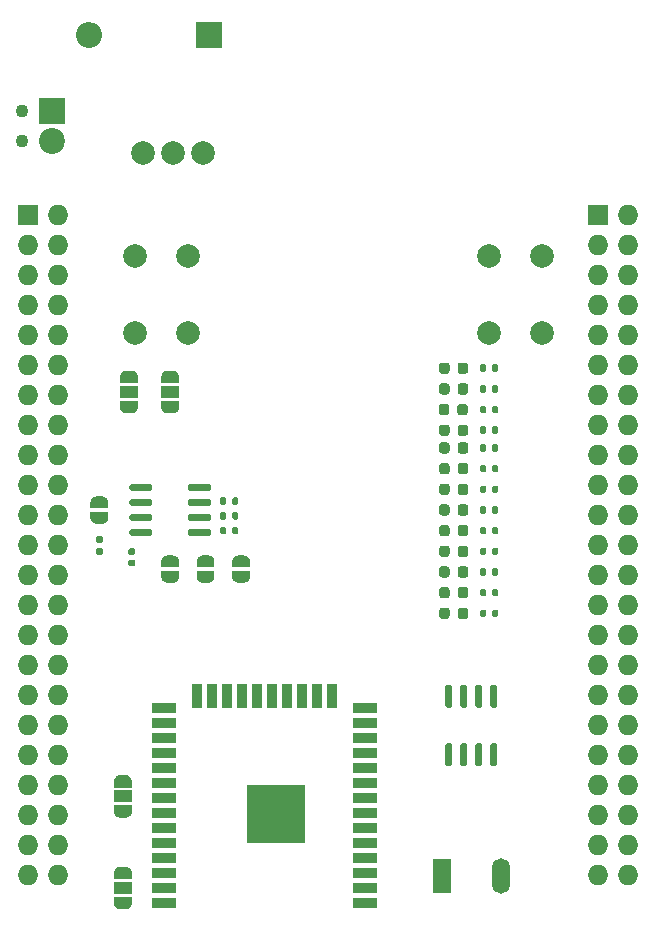
<source format=gbr>
G04 #@! TF.GenerationSoftware,KiCad,Pcbnew,5.1.9+dfsg1-1~bpo10+1*
G04 #@! TF.CreationDate,2021-06-27T17:04:20+00:00*
G04 #@! TF.ProjectId,com4bbb,636f6d34-6262-4622-9e6b-696361645f70,rev?*
G04 #@! TF.SameCoordinates,Original*
G04 #@! TF.FileFunction,Soldermask,Top*
G04 #@! TF.FilePolarity,Negative*
%FSLAX46Y46*%
G04 Gerber Fmt 4.6, Leading zero omitted, Abs format (unit mm)*
G04 Created by KiCad (PCBNEW 5.1.9+dfsg1-1~bpo10+1) date 2021-06-27 17:04:20*
%MOMM*%
%LPD*%
G01*
G04 APERTURE LIST*
%ADD10R,1.727200X1.727200*%
%ADD11O,1.727200X1.727200*%
%ADD12R,1.500000X3.000000*%
%ADD13O,1.500000X3.000000*%
%ADD14C,0.100000*%
%ADD15R,1.500000X1.000000*%
%ADD16C,2.000000*%
%ADD17R,5.000000X5.000000*%
%ADD18R,2.000000X0.900000*%
%ADD19R,0.900000X2.000000*%
%ADD20R,2.200000X2.200000*%
%ADD21O,2.200000X2.200000*%
%ADD22C,1.100000*%
%ADD23C,2.200000*%
G04 APERTURE END LIST*
G36*
G01*
X155625100Y-102182400D02*
X155925100Y-102182400D01*
G75*
G02*
X156075100Y-102332400I0J-150000D01*
G01*
X156075100Y-103982400D01*
G75*
G02*
X155925100Y-104132400I-150000J0D01*
G01*
X155625100Y-104132400D01*
G75*
G02*
X155475100Y-103982400I0J150000D01*
G01*
X155475100Y-102332400D01*
G75*
G02*
X155625100Y-102182400I150000J0D01*
G01*
G37*
G36*
G01*
X154355100Y-102182400D02*
X154655100Y-102182400D01*
G75*
G02*
X154805100Y-102332400I0J-150000D01*
G01*
X154805100Y-103982400D01*
G75*
G02*
X154655100Y-104132400I-150000J0D01*
G01*
X154355100Y-104132400D01*
G75*
G02*
X154205100Y-103982400I0J150000D01*
G01*
X154205100Y-102332400D01*
G75*
G02*
X154355100Y-102182400I150000J0D01*
G01*
G37*
G36*
G01*
X153085100Y-102182400D02*
X153385100Y-102182400D01*
G75*
G02*
X153535100Y-102332400I0J-150000D01*
G01*
X153535100Y-103982400D01*
G75*
G02*
X153385100Y-104132400I-150000J0D01*
G01*
X153085100Y-104132400D01*
G75*
G02*
X152935100Y-103982400I0J150000D01*
G01*
X152935100Y-102332400D01*
G75*
G02*
X153085100Y-102182400I150000J0D01*
G01*
G37*
G36*
G01*
X151815100Y-102182400D02*
X152115100Y-102182400D01*
G75*
G02*
X152265100Y-102332400I0J-150000D01*
G01*
X152265100Y-103982400D01*
G75*
G02*
X152115100Y-104132400I-150000J0D01*
G01*
X151815100Y-104132400D01*
G75*
G02*
X151665100Y-103982400I0J150000D01*
G01*
X151665100Y-102332400D01*
G75*
G02*
X151815100Y-102182400I150000J0D01*
G01*
G37*
G36*
G01*
X151815100Y-107132400D02*
X152115100Y-107132400D01*
G75*
G02*
X152265100Y-107282400I0J-150000D01*
G01*
X152265100Y-108932400D01*
G75*
G02*
X152115100Y-109082400I-150000J0D01*
G01*
X151815100Y-109082400D01*
G75*
G02*
X151665100Y-108932400I0J150000D01*
G01*
X151665100Y-107282400D01*
G75*
G02*
X151815100Y-107132400I150000J0D01*
G01*
G37*
G36*
G01*
X153085100Y-107132400D02*
X153385100Y-107132400D01*
G75*
G02*
X153535100Y-107282400I0J-150000D01*
G01*
X153535100Y-108932400D01*
G75*
G02*
X153385100Y-109082400I-150000J0D01*
G01*
X153085100Y-109082400D01*
G75*
G02*
X152935100Y-108932400I0J150000D01*
G01*
X152935100Y-107282400D01*
G75*
G02*
X153085100Y-107132400I150000J0D01*
G01*
G37*
G36*
G01*
X154355100Y-107132400D02*
X154655100Y-107132400D01*
G75*
G02*
X154805100Y-107282400I0J-150000D01*
G01*
X154805100Y-108932400D01*
G75*
G02*
X154655100Y-109082400I-150000J0D01*
G01*
X154355100Y-109082400D01*
G75*
G02*
X154205100Y-108932400I0J150000D01*
G01*
X154205100Y-107282400D01*
G75*
G02*
X154355100Y-107132400I150000J0D01*
G01*
G37*
G36*
G01*
X155625100Y-107132400D02*
X155925100Y-107132400D01*
G75*
G02*
X156075100Y-107282400I0J-150000D01*
G01*
X156075100Y-108932400D01*
G75*
G02*
X155925100Y-109082400I-150000J0D01*
G01*
X155625100Y-109082400D01*
G75*
G02*
X155475100Y-108932400I0J150000D01*
G01*
X155475100Y-107282400D01*
G75*
G02*
X155625100Y-107132400I150000J0D01*
G01*
G37*
D10*
X164630100Y-62382400D03*
D11*
X167170100Y-62382400D03*
X164630100Y-64922400D03*
X167170100Y-64922400D03*
X164630100Y-67462400D03*
X167170100Y-67462400D03*
X164630100Y-70002400D03*
X167170100Y-70002400D03*
X164630100Y-72542400D03*
X167170100Y-72542400D03*
X164630100Y-75082400D03*
X167170100Y-75082400D03*
X164630100Y-77622400D03*
X167170100Y-77622400D03*
X164630100Y-80162400D03*
X167170100Y-80162400D03*
X164630100Y-82702400D03*
X167170100Y-82702400D03*
X164630100Y-85242400D03*
X167170100Y-85242400D03*
X164630100Y-87782400D03*
X167170100Y-87782400D03*
X164630100Y-90322400D03*
X167170100Y-90322400D03*
X164630100Y-92862400D03*
X167170100Y-92862400D03*
X164630100Y-95402400D03*
X167170100Y-95402400D03*
X164630100Y-97942400D03*
X167170100Y-97942400D03*
X164630100Y-100482400D03*
X167170100Y-100482400D03*
X164630100Y-103022400D03*
X167170100Y-103022400D03*
X164630100Y-105562400D03*
X167170100Y-105562400D03*
X164630100Y-108102400D03*
X167170100Y-108102400D03*
X164630100Y-110642400D03*
X167170100Y-110642400D03*
X164630100Y-113182400D03*
X167170100Y-113182400D03*
X164630100Y-115722400D03*
X167170100Y-115722400D03*
X164630100Y-118262400D03*
X167170100Y-118262400D03*
D10*
X116370100Y-62382400D03*
D11*
X118910100Y-62382400D03*
X116370100Y-64922400D03*
X118910100Y-64922400D03*
X116370100Y-67462400D03*
X118910100Y-67462400D03*
X116370100Y-70002400D03*
X118910100Y-70002400D03*
X116370100Y-72542400D03*
X118910100Y-72542400D03*
X116370100Y-75082400D03*
X118910100Y-75082400D03*
X116370100Y-77622400D03*
X118910100Y-77622400D03*
X116370100Y-80162400D03*
X118910100Y-80162400D03*
X116370100Y-82702400D03*
X118910100Y-82702400D03*
X116370100Y-85242400D03*
X118910100Y-85242400D03*
X116370100Y-87782400D03*
X118910100Y-87782400D03*
X116370100Y-90322400D03*
X118910100Y-90322400D03*
X116370100Y-92862400D03*
X118910100Y-92862400D03*
X116370100Y-95402400D03*
X118910100Y-95402400D03*
X116370100Y-97942400D03*
X118910100Y-97942400D03*
X116370100Y-100482400D03*
X118910100Y-100482400D03*
X116370100Y-103022400D03*
X118910100Y-103022400D03*
X116370100Y-105562400D03*
X118910100Y-105562400D03*
X116370100Y-108102400D03*
X118910100Y-108102400D03*
X116370100Y-110642400D03*
X118910100Y-110642400D03*
X116370100Y-113182400D03*
X118910100Y-113182400D03*
X116370100Y-115722400D03*
X118910100Y-115722400D03*
X116370100Y-118262400D03*
X118910100Y-118262400D03*
G36*
G01*
X124950100Y-90622400D02*
X125290100Y-90622400D01*
G75*
G02*
X125430100Y-90762400I0J-140000D01*
G01*
X125430100Y-91042400D01*
G75*
G02*
X125290100Y-91182400I-140000J0D01*
G01*
X124950100Y-91182400D01*
G75*
G02*
X124810100Y-91042400I0J140000D01*
G01*
X124810100Y-90762400D01*
G75*
G02*
X124950100Y-90622400I140000J0D01*
G01*
G37*
G36*
G01*
X124950100Y-91582400D02*
X125290100Y-91582400D01*
G75*
G02*
X125430100Y-91722400I0J-140000D01*
G01*
X125430100Y-92002400D01*
G75*
G02*
X125290100Y-92142400I-140000J0D01*
G01*
X124950100Y-92142400D01*
G75*
G02*
X124810100Y-92002400I0J140000D01*
G01*
X124810100Y-91722400D01*
G75*
G02*
X124950100Y-91582400I140000J0D01*
G01*
G37*
D12*
X151370100Y-118382400D03*
D13*
X156370100Y-118382400D03*
D14*
G36*
X125620100Y-78132400D02*
G01*
X125620100Y-78682400D01*
X125619498Y-78682400D01*
X125619498Y-78706934D01*
X125614688Y-78755765D01*
X125605116Y-78803890D01*
X125590872Y-78850845D01*
X125572095Y-78896178D01*
X125548964Y-78939451D01*
X125521704Y-78980250D01*
X125490576Y-79018179D01*
X125455879Y-79052876D01*
X125417950Y-79084004D01*
X125377151Y-79111264D01*
X125333878Y-79134395D01*
X125288545Y-79153172D01*
X125241590Y-79167416D01*
X125193465Y-79176988D01*
X125144634Y-79181798D01*
X125120100Y-79181798D01*
X125120100Y-79182400D01*
X124620100Y-79182400D01*
X124620100Y-79181798D01*
X124595566Y-79181798D01*
X124546735Y-79176988D01*
X124498610Y-79167416D01*
X124451655Y-79153172D01*
X124406322Y-79134395D01*
X124363049Y-79111264D01*
X124322250Y-79084004D01*
X124284321Y-79052876D01*
X124249624Y-79018179D01*
X124218496Y-78980250D01*
X124191236Y-78939451D01*
X124168105Y-78896178D01*
X124149328Y-78850845D01*
X124135084Y-78803890D01*
X124125512Y-78755765D01*
X124120702Y-78706934D01*
X124120702Y-78682400D01*
X124120100Y-78682400D01*
X124120100Y-78132400D01*
X125620100Y-78132400D01*
G37*
G36*
X124120702Y-76082400D02*
G01*
X124120702Y-76057866D01*
X124125512Y-76009035D01*
X124135084Y-75960910D01*
X124149328Y-75913955D01*
X124168105Y-75868622D01*
X124191236Y-75825349D01*
X124218496Y-75784550D01*
X124249624Y-75746621D01*
X124284321Y-75711924D01*
X124322250Y-75680796D01*
X124363049Y-75653536D01*
X124406322Y-75630405D01*
X124451655Y-75611628D01*
X124498610Y-75597384D01*
X124546735Y-75587812D01*
X124595566Y-75583002D01*
X124620100Y-75583002D01*
X124620100Y-75582400D01*
X125120100Y-75582400D01*
X125120100Y-75583002D01*
X125144634Y-75583002D01*
X125193465Y-75587812D01*
X125241590Y-75597384D01*
X125288545Y-75611628D01*
X125333878Y-75630405D01*
X125377151Y-75653536D01*
X125417950Y-75680796D01*
X125455879Y-75711924D01*
X125490576Y-75746621D01*
X125521704Y-75784550D01*
X125548964Y-75825349D01*
X125572095Y-75868622D01*
X125590872Y-75913955D01*
X125605116Y-75960910D01*
X125614688Y-76009035D01*
X125619498Y-76057866D01*
X125619498Y-76082400D01*
X125620100Y-76082400D01*
X125620100Y-76632400D01*
X124120100Y-76632400D01*
X124120100Y-76082400D01*
X124120702Y-76082400D01*
G37*
D15*
X124870100Y-77382400D03*
X128370100Y-77382400D03*
D14*
G36*
X129119498Y-78682400D02*
G01*
X129119498Y-78706934D01*
X129114688Y-78755765D01*
X129105116Y-78803890D01*
X129090872Y-78850845D01*
X129072095Y-78896178D01*
X129048964Y-78939451D01*
X129021704Y-78980250D01*
X128990576Y-79018179D01*
X128955879Y-79052876D01*
X128917950Y-79084004D01*
X128877151Y-79111264D01*
X128833878Y-79134395D01*
X128788545Y-79153172D01*
X128741590Y-79167416D01*
X128693465Y-79176988D01*
X128644634Y-79181798D01*
X128620100Y-79181798D01*
X128620100Y-79182400D01*
X128120100Y-79182400D01*
X128120100Y-79181798D01*
X128095566Y-79181798D01*
X128046735Y-79176988D01*
X127998610Y-79167416D01*
X127951655Y-79153172D01*
X127906322Y-79134395D01*
X127863049Y-79111264D01*
X127822250Y-79084004D01*
X127784321Y-79052876D01*
X127749624Y-79018179D01*
X127718496Y-78980250D01*
X127691236Y-78939451D01*
X127668105Y-78896178D01*
X127649328Y-78850845D01*
X127635084Y-78803890D01*
X127625512Y-78755765D01*
X127620702Y-78706934D01*
X127620702Y-78682400D01*
X127620100Y-78682400D01*
X127620100Y-78132400D01*
X129120100Y-78132400D01*
X129120100Y-78682400D01*
X129119498Y-78682400D01*
G37*
G36*
X127620100Y-76632400D02*
G01*
X127620100Y-76082400D01*
X127620702Y-76082400D01*
X127620702Y-76057866D01*
X127625512Y-76009035D01*
X127635084Y-75960910D01*
X127649328Y-75913955D01*
X127668105Y-75868622D01*
X127691236Y-75825349D01*
X127718496Y-75784550D01*
X127749624Y-75746621D01*
X127784321Y-75711924D01*
X127822250Y-75680796D01*
X127863049Y-75653536D01*
X127906322Y-75630405D01*
X127951655Y-75611628D01*
X127998610Y-75597384D01*
X128046735Y-75587812D01*
X128095566Y-75583002D01*
X128120100Y-75583002D01*
X128120100Y-75582400D01*
X128620100Y-75582400D01*
X128620100Y-75583002D01*
X128644634Y-75583002D01*
X128693465Y-75587812D01*
X128741590Y-75597384D01*
X128788545Y-75611628D01*
X128833878Y-75630405D01*
X128877151Y-75653536D01*
X128917950Y-75680796D01*
X128955879Y-75711924D01*
X128990576Y-75746621D01*
X129021704Y-75784550D01*
X129048964Y-75825349D01*
X129072095Y-75868622D01*
X129090872Y-75913955D01*
X129105116Y-75960910D01*
X129114688Y-76009035D01*
X129119498Y-76057866D01*
X129119498Y-76082400D01*
X129120100Y-76082400D01*
X129120100Y-76632400D01*
X127620100Y-76632400D01*
G37*
G36*
X125120100Y-112382400D02*
G01*
X125120100Y-112932400D01*
X125119498Y-112932400D01*
X125119498Y-112956934D01*
X125114688Y-113005765D01*
X125105116Y-113053890D01*
X125090872Y-113100845D01*
X125072095Y-113146178D01*
X125048964Y-113189451D01*
X125021704Y-113230250D01*
X124990576Y-113268179D01*
X124955879Y-113302876D01*
X124917950Y-113334004D01*
X124877151Y-113361264D01*
X124833878Y-113384395D01*
X124788545Y-113403172D01*
X124741590Y-113417416D01*
X124693465Y-113426988D01*
X124644634Y-113431798D01*
X124620100Y-113431798D01*
X124620100Y-113432400D01*
X124120100Y-113432400D01*
X124120100Y-113431798D01*
X124095566Y-113431798D01*
X124046735Y-113426988D01*
X123998610Y-113417416D01*
X123951655Y-113403172D01*
X123906322Y-113384395D01*
X123863049Y-113361264D01*
X123822250Y-113334004D01*
X123784321Y-113302876D01*
X123749624Y-113268179D01*
X123718496Y-113230250D01*
X123691236Y-113189451D01*
X123668105Y-113146178D01*
X123649328Y-113100845D01*
X123635084Y-113053890D01*
X123625512Y-113005765D01*
X123620702Y-112956934D01*
X123620702Y-112932400D01*
X123620100Y-112932400D01*
X123620100Y-112382400D01*
X125120100Y-112382400D01*
G37*
G36*
X123620702Y-110332400D02*
G01*
X123620702Y-110307866D01*
X123625512Y-110259035D01*
X123635084Y-110210910D01*
X123649328Y-110163955D01*
X123668105Y-110118622D01*
X123691236Y-110075349D01*
X123718496Y-110034550D01*
X123749624Y-109996621D01*
X123784321Y-109961924D01*
X123822250Y-109930796D01*
X123863049Y-109903536D01*
X123906322Y-109880405D01*
X123951655Y-109861628D01*
X123998610Y-109847384D01*
X124046735Y-109837812D01*
X124095566Y-109833002D01*
X124120100Y-109833002D01*
X124120100Y-109832400D01*
X124620100Y-109832400D01*
X124620100Y-109833002D01*
X124644634Y-109833002D01*
X124693465Y-109837812D01*
X124741590Y-109847384D01*
X124788545Y-109861628D01*
X124833878Y-109880405D01*
X124877151Y-109903536D01*
X124917950Y-109930796D01*
X124955879Y-109961924D01*
X124990576Y-109996621D01*
X125021704Y-110034550D01*
X125048964Y-110075349D01*
X125072095Y-110118622D01*
X125090872Y-110163955D01*
X125105116Y-110210910D01*
X125114688Y-110259035D01*
X125119498Y-110307866D01*
X125119498Y-110332400D01*
X125120100Y-110332400D01*
X125120100Y-110882400D01*
X123620100Y-110882400D01*
X123620100Y-110332400D01*
X123620702Y-110332400D01*
G37*
D15*
X124370100Y-111632400D03*
X124370100Y-119382400D03*
D14*
G36*
X123620702Y-118082400D02*
G01*
X123620702Y-118057866D01*
X123625512Y-118009035D01*
X123635084Y-117960910D01*
X123649328Y-117913955D01*
X123668105Y-117868622D01*
X123691236Y-117825349D01*
X123718496Y-117784550D01*
X123749624Y-117746621D01*
X123784321Y-117711924D01*
X123822250Y-117680796D01*
X123863049Y-117653536D01*
X123906322Y-117630405D01*
X123951655Y-117611628D01*
X123998610Y-117597384D01*
X124046735Y-117587812D01*
X124095566Y-117583002D01*
X124120100Y-117583002D01*
X124120100Y-117582400D01*
X124620100Y-117582400D01*
X124620100Y-117583002D01*
X124644634Y-117583002D01*
X124693465Y-117587812D01*
X124741590Y-117597384D01*
X124788545Y-117611628D01*
X124833878Y-117630405D01*
X124877151Y-117653536D01*
X124917950Y-117680796D01*
X124955879Y-117711924D01*
X124990576Y-117746621D01*
X125021704Y-117784550D01*
X125048964Y-117825349D01*
X125072095Y-117868622D01*
X125090872Y-117913955D01*
X125105116Y-117960910D01*
X125114688Y-118009035D01*
X125119498Y-118057866D01*
X125119498Y-118082400D01*
X125120100Y-118082400D01*
X125120100Y-118632400D01*
X123620100Y-118632400D01*
X123620100Y-118082400D01*
X123620702Y-118082400D01*
G37*
G36*
X125120100Y-120132400D02*
G01*
X125120100Y-120682400D01*
X125119498Y-120682400D01*
X125119498Y-120706934D01*
X125114688Y-120755765D01*
X125105116Y-120803890D01*
X125090872Y-120850845D01*
X125072095Y-120896178D01*
X125048964Y-120939451D01*
X125021704Y-120980250D01*
X124990576Y-121018179D01*
X124955879Y-121052876D01*
X124917950Y-121084004D01*
X124877151Y-121111264D01*
X124833878Y-121134395D01*
X124788545Y-121153172D01*
X124741590Y-121167416D01*
X124693465Y-121176988D01*
X124644634Y-121181798D01*
X124620100Y-121181798D01*
X124620100Y-121182400D01*
X124120100Y-121182400D01*
X124120100Y-121181798D01*
X124095566Y-121181798D01*
X124046735Y-121176988D01*
X123998610Y-121167416D01*
X123951655Y-121153172D01*
X123906322Y-121134395D01*
X123863049Y-121111264D01*
X123822250Y-121084004D01*
X123784321Y-121052876D01*
X123749624Y-121018179D01*
X123718496Y-120980250D01*
X123691236Y-120939451D01*
X123668105Y-120896178D01*
X123649328Y-120850845D01*
X123635084Y-120803890D01*
X123625512Y-120755765D01*
X123620702Y-120706934D01*
X123620702Y-120682400D01*
X123620100Y-120682400D01*
X123620100Y-120132400D01*
X125120100Y-120132400D01*
G37*
G36*
X127620100Y-92232400D02*
G01*
X127620100Y-91732400D01*
X127620702Y-91732400D01*
X127620702Y-91707866D01*
X127625512Y-91659035D01*
X127635084Y-91610910D01*
X127649328Y-91563955D01*
X127668105Y-91518622D01*
X127691236Y-91475349D01*
X127718496Y-91434550D01*
X127749624Y-91396621D01*
X127784321Y-91361924D01*
X127822250Y-91330796D01*
X127863049Y-91303536D01*
X127906322Y-91280405D01*
X127951655Y-91261628D01*
X127998610Y-91247384D01*
X128046735Y-91237812D01*
X128095566Y-91233002D01*
X128120100Y-91233002D01*
X128120100Y-91232400D01*
X128620100Y-91232400D01*
X128620100Y-91233002D01*
X128644634Y-91233002D01*
X128693465Y-91237812D01*
X128741590Y-91247384D01*
X128788545Y-91261628D01*
X128833878Y-91280405D01*
X128877151Y-91303536D01*
X128917950Y-91330796D01*
X128955879Y-91361924D01*
X128990576Y-91396621D01*
X129021704Y-91434550D01*
X129048964Y-91475349D01*
X129072095Y-91518622D01*
X129090872Y-91563955D01*
X129105116Y-91610910D01*
X129114688Y-91659035D01*
X129119498Y-91707866D01*
X129119498Y-91732400D01*
X129120100Y-91732400D01*
X129120100Y-92232400D01*
X127620100Y-92232400D01*
G37*
G36*
X129119498Y-93032400D02*
G01*
X129119498Y-93056934D01*
X129114688Y-93105765D01*
X129105116Y-93153890D01*
X129090872Y-93200845D01*
X129072095Y-93246178D01*
X129048964Y-93289451D01*
X129021704Y-93330250D01*
X128990576Y-93368179D01*
X128955879Y-93402876D01*
X128917950Y-93434004D01*
X128877151Y-93461264D01*
X128833878Y-93484395D01*
X128788545Y-93503172D01*
X128741590Y-93517416D01*
X128693465Y-93526988D01*
X128644634Y-93531798D01*
X128620100Y-93531798D01*
X128620100Y-93532400D01*
X128120100Y-93532400D01*
X128120100Y-93531798D01*
X128095566Y-93531798D01*
X128046735Y-93526988D01*
X127998610Y-93517416D01*
X127951655Y-93503172D01*
X127906322Y-93484395D01*
X127863049Y-93461264D01*
X127822250Y-93434004D01*
X127784321Y-93402876D01*
X127749624Y-93368179D01*
X127718496Y-93330250D01*
X127691236Y-93289451D01*
X127668105Y-93246178D01*
X127649328Y-93200845D01*
X127635084Y-93153890D01*
X127625512Y-93105765D01*
X127620702Y-93056934D01*
X127620702Y-93032400D01*
X127620100Y-93032400D01*
X127620100Y-92532400D01*
X129120100Y-92532400D01*
X129120100Y-93032400D01*
X129119498Y-93032400D01*
G37*
G36*
X132119498Y-93032400D02*
G01*
X132119498Y-93056934D01*
X132114688Y-93105765D01*
X132105116Y-93153890D01*
X132090872Y-93200845D01*
X132072095Y-93246178D01*
X132048964Y-93289451D01*
X132021704Y-93330250D01*
X131990576Y-93368179D01*
X131955879Y-93402876D01*
X131917950Y-93434004D01*
X131877151Y-93461264D01*
X131833878Y-93484395D01*
X131788545Y-93503172D01*
X131741590Y-93517416D01*
X131693465Y-93526988D01*
X131644634Y-93531798D01*
X131620100Y-93531798D01*
X131620100Y-93532400D01*
X131120100Y-93532400D01*
X131120100Y-93531798D01*
X131095566Y-93531798D01*
X131046735Y-93526988D01*
X130998610Y-93517416D01*
X130951655Y-93503172D01*
X130906322Y-93484395D01*
X130863049Y-93461264D01*
X130822250Y-93434004D01*
X130784321Y-93402876D01*
X130749624Y-93368179D01*
X130718496Y-93330250D01*
X130691236Y-93289451D01*
X130668105Y-93246178D01*
X130649328Y-93200845D01*
X130635084Y-93153890D01*
X130625512Y-93105765D01*
X130620702Y-93056934D01*
X130620702Y-93032400D01*
X130620100Y-93032400D01*
X130620100Y-92532400D01*
X132120100Y-92532400D01*
X132120100Y-93032400D01*
X132119498Y-93032400D01*
G37*
G36*
X130620100Y-92232400D02*
G01*
X130620100Y-91732400D01*
X130620702Y-91732400D01*
X130620702Y-91707866D01*
X130625512Y-91659035D01*
X130635084Y-91610910D01*
X130649328Y-91563955D01*
X130668105Y-91518622D01*
X130691236Y-91475349D01*
X130718496Y-91434550D01*
X130749624Y-91396621D01*
X130784321Y-91361924D01*
X130822250Y-91330796D01*
X130863049Y-91303536D01*
X130906322Y-91280405D01*
X130951655Y-91261628D01*
X130998610Y-91247384D01*
X131046735Y-91237812D01*
X131095566Y-91233002D01*
X131120100Y-91233002D01*
X131120100Y-91232400D01*
X131620100Y-91232400D01*
X131620100Y-91233002D01*
X131644634Y-91233002D01*
X131693465Y-91237812D01*
X131741590Y-91247384D01*
X131788545Y-91261628D01*
X131833878Y-91280405D01*
X131877151Y-91303536D01*
X131917950Y-91330796D01*
X131955879Y-91361924D01*
X131990576Y-91396621D01*
X132021704Y-91434550D01*
X132048964Y-91475349D01*
X132072095Y-91518622D01*
X132090872Y-91563955D01*
X132105116Y-91610910D01*
X132114688Y-91659035D01*
X132119498Y-91707866D01*
X132119498Y-91732400D01*
X132120100Y-91732400D01*
X132120100Y-92232400D01*
X130620100Y-92232400D01*
G37*
G36*
X133620100Y-92232400D02*
G01*
X133620100Y-91732400D01*
X133620702Y-91732400D01*
X133620702Y-91707866D01*
X133625512Y-91659035D01*
X133635084Y-91610910D01*
X133649328Y-91563955D01*
X133668105Y-91518622D01*
X133691236Y-91475349D01*
X133718496Y-91434550D01*
X133749624Y-91396621D01*
X133784321Y-91361924D01*
X133822250Y-91330796D01*
X133863049Y-91303536D01*
X133906322Y-91280405D01*
X133951655Y-91261628D01*
X133998610Y-91247384D01*
X134046735Y-91237812D01*
X134095566Y-91233002D01*
X134120100Y-91233002D01*
X134120100Y-91232400D01*
X134620100Y-91232400D01*
X134620100Y-91233002D01*
X134644634Y-91233002D01*
X134693465Y-91237812D01*
X134741590Y-91247384D01*
X134788545Y-91261628D01*
X134833878Y-91280405D01*
X134877151Y-91303536D01*
X134917950Y-91330796D01*
X134955879Y-91361924D01*
X134990576Y-91396621D01*
X135021704Y-91434550D01*
X135048964Y-91475349D01*
X135072095Y-91518622D01*
X135090872Y-91563955D01*
X135105116Y-91610910D01*
X135114688Y-91659035D01*
X135119498Y-91707866D01*
X135119498Y-91732400D01*
X135120100Y-91732400D01*
X135120100Y-92232400D01*
X133620100Y-92232400D01*
G37*
G36*
X135119498Y-93032400D02*
G01*
X135119498Y-93056934D01*
X135114688Y-93105765D01*
X135105116Y-93153890D01*
X135090872Y-93200845D01*
X135072095Y-93246178D01*
X135048964Y-93289451D01*
X135021704Y-93330250D01*
X134990576Y-93368179D01*
X134955879Y-93402876D01*
X134917950Y-93434004D01*
X134877151Y-93461264D01*
X134833878Y-93484395D01*
X134788545Y-93503172D01*
X134741590Y-93517416D01*
X134693465Y-93526988D01*
X134644634Y-93531798D01*
X134620100Y-93531798D01*
X134620100Y-93532400D01*
X134120100Y-93532400D01*
X134120100Y-93531798D01*
X134095566Y-93531798D01*
X134046735Y-93526988D01*
X133998610Y-93517416D01*
X133951655Y-93503172D01*
X133906322Y-93484395D01*
X133863049Y-93461264D01*
X133822250Y-93434004D01*
X133784321Y-93402876D01*
X133749624Y-93368179D01*
X133718496Y-93330250D01*
X133691236Y-93289451D01*
X133668105Y-93246178D01*
X133649328Y-93200845D01*
X133635084Y-93153890D01*
X133625512Y-93105765D01*
X133620702Y-93056934D01*
X133620702Y-93032400D01*
X133620100Y-93032400D01*
X133620100Y-92532400D01*
X135120100Y-92532400D01*
X135120100Y-93032400D01*
X135119498Y-93032400D01*
G37*
G36*
X121620702Y-86732400D02*
G01*
X121620702Y-86707866D01*
X121625512Y-86659035D01*
X121635084Y-86610910D01*
X121649328Y-86563955D01*
X121668105Y-86518622D01*
X121691236Y-86475349D01*
X121718496Y-86434550D01*
X121749624Y-86396621D01*
X121784321Y-86361924D01*
X121822250Y-86330796D01*
X121863049Y-86303536D01*
X121906322Y-86280405D01*
X121951655Y-86261628D01*
X121998610Y-86247384D01*
X122046735Y-86237812D01*
X122095566Y-86233002D01*
X122120100Y-86233002D01*
X122120100Y-86232400D01*
X122620100Y-86232400D01*
X122620100Y-86233002D01*
X122644634Y-86233002D01*
X122693465Y-86237812D01*
X122741590Y-86247384D01*
X122788545Y-86261628D01*
X122833878Y-86280405D01*
X122877151Y-86303536D01*
X122917950Y-86330796D01*
X122955879Y-86361924D01*
X122990576Y-86396621D01*
X123021704Y-86434550D01*
X123048964Y-86475349D01*
X123072095Y-86518622D01*
X123090872Y-86563955D01*
X123105116Y-86610910D01*
X123114688Y-86659035D01*
X123119498Y-86707866D01*
X123119498Y-86732400D01*
X123120100Y-86732400D01*
X123120100Y-87232400D01*
X121620100Y-87232400D01*
X121620100Y-86732400D01*
X121620702Y-86732400D01*
G37*
G36*
X123120100Y-87532400D02*
G01*
X123120100Y-88032400D01*
X123119498Y-88032400D01*
X123119498Y-88056934D01*
X123114688Y-88105765D01*
X123105116Y-88153890D01*
X123090872Y-88200845D01*
X123072095Y-88246178D01*
X123048964Y-88289451D01*
X123021704Y-88330250D01*
X122990576Y-88368179D01*
X122955879Y-88402876D01*
X122917950Y-88434004D01*
X122877151Y-88461264D01*
X122833878Y-88484395D01*
X122788545Y-88503172D01*
X122741590Y-88517416D01*
X122693465Y-88526988D01*
X122644634Y-88531798D01*
X122620100Y-88531798D01*
X122620100Y-88532400D01*
X122120100Y-88532400D01*
X122120100Y-88531798D01*
X122095566Y-88531798D01*
X122046735Y-88526988D01*
X121998610Y-88517416D01*
X121951655Y-88503172D01*
X121906322Y-88484395D01*
X121863049Y-88461264D01*
X121822250Y-88434004D01*
X121784321Y-88402876D01*
X121749624Y-88368179D01*
X121718496Y-88330250D01*
X121691236Y-88289451D01*
X121668105Y-88246178D01*
X121649328Y-88200845D01*
X121635084Y-88153890D01*
X121625512Y-88105765D01*
X121620702Y-88056934D01*
X121620702Y-88032400D01*
X121620100Y-88032400D01*
X121620100Y-87532400D01*
X123120100Y-87532400D01*
G37*
G36*
G01*
X133130100Y-86447400D02*
X133130100Y-86817400D01*
G75*
G02*
X132995100Y-86952400I-135000J0D01*
G01*
X132725100Y-86952400D01*
G75*
G02*
X132590100Y-86817400I0J135000D01*
G01*
X132590100Y-86447400D01*
G75*
G02*
X132725100Y-86312400I135000J0D01*
G01*
X132995100Y-86312400D01*
G75*
G02*
X133130100Y-86447400I0J-135000D01*
G01*
G37*
G36*
G01*
X134150100Y-86447400D02*
X134150100Y-86817400D01*
G75*
G02*
X134015100Y-86952400I-135000J0D01*
G01*
X133745100Y-86952400D01*
G75*
G02*
X133610100Y-86817400I0J135000D01*
G01*
X133610100Y-86447400D01*
G75*
G02*
X133745100Y-86312400I135000J0D01*
G01*
X134015100Y-86312400D01*
G75*
G02*
X134150100Y-86447400I0J-135000D01*
G01*
G37*
G36*
G01*
X134150100Y-87697400D02*
X134150100Y-88067400D01*
G75*
G02*
X134015100Y-88202400I-135000J0D01*
G01*
X133745100Y-88202400D01*
G75*
G02*
X133610100Y-88067400I0J135000D01*
G01*
X133610100Y-87697400D01*
G75*
G02*
X133745100Y-87562400I135000J0D01*
G01*
X134015100Y-87562400D01*
G75*
G02*
X134150100Y-87697400I0J-135000D01*
G01*
G37*
G36*
G01*
X133130100Y-87697400D02*
X133130100Y-88067400D01*
G75*
G02*
X132995100Y-88202400I-135000J0D01*
G01*
X132725100Y-88202400D01*
G75*
G02*
X132590100Y-88067400I0J135000D01*
G01*
X132590100Y-87697400D01*
G75*
G02*
X132725100Y-87562400I135000J0D01*
G01*
X132995100Y-87562400D01*
G75*
G02*
X133130100Y-87697400I0J-135000D01*
G01*
G37*
G36*
G01*
X133130100Y-88947400D02*
X133130100Y-89317400D01*
G75*
G02*
X132995100Y-89452400I-135000J0D01*
G01*
X132725100Y-89452400D01*
G75*
G02*
X132590100Y-89317400I0J135000D01*
G01*
X132590100Y-88947400D01*
G75*
G02*
X132725100Y-88812400I135000J0D01*
G01*
X132995100Y-88812400D01*
G75*
G02*
X133130100Y-88947400I0J-135000D01*
G01*
G37*
G36*
G01*
X134150100Y-88947400D02*
X134150100Y-89317400D01*
G75*
G02*
X134015100Y-89452400I-135000J0D01*
G01*
X133745100Y-89452400D01*
G75*
G02*
X133610100Y-89317400I0J135000D01*
G01*
X133610100Y-88947400D01*
G75*
G02*
X133745100Y-88812400I135000J0D01*
G01*
X134015100Y-88812400D01*
G75*
G02*
X134150100Y-88947400I0J-135000D01*
G01*
G37*
G36*
G01*
X122555100Y-91162400D02*
X122185100Y-91162400D01*
G75*
G02*
X122050100Y-91027400I0J135000D01*
G01*
X122050100Y-90757400D01*
G75*
G02*
X122185100Y-90622400I135000J0D01*
G01*
X122555100Y-90622400D01*
G75*
G02*
X122690100Y-90757400I0J-135000D01*
G01*
X122690100Y-91027400D01*
G75*
G02*
X122555100Y-91162400I-135000J0D01*
G01*
G37*
G36*
G01*
X122555100Y-90142400D02*
X122185100Y-90142400D01*
G75*
G02*
X122050100Y-90007400I0J135000D01*
G01*
X122050100Y-89737400D01*
G75*
G02*
X122185100Y-89602400I135000J0D01*
G01*
X122555100Y-89602400D01*
G75*
G02*
X122690100Y-89737400I0J-135000D01*
G01*
X122690100Y-90007400D01*
G75*
G02*
X122555100Y-90142400I-135000J0D01*
G01*
G37*
D16*
X159870100Y-72382400D03*
X155370100Y-72382400D03*
X159870100Y-65882400D03*
X155370100Y-65882400D03*
X125370100Y-65882400D03*
X129870100Y-65882400D03*
X125370100Y-72382400D03*
X129870100Y-72382400D03*
D17*
X137370100Y-113137400D03*
D18*
X144870100Y-120637400D03*
X144870100Y-119367400D03*
X144870100Y-118097400D03*
X144870100Y-116827400D03*
X144870100Y-115557400D03*
X144870100Y-114287400D03*
X144870100Y-113017400D03*
X144870100Y-111747400D03*
X144870100Y-110477400D03*
X144870100Y-109207400D03*
X144870100Y-107937400D03*
X144870100Y-106667400D03*
X144870100Y-105397400D03*
X144870100Y-104127400D03*
D19*
X142085100Y-103127400D03*
X140815100Y-103127400D03*
X139545100Y-103127400D03*
X138275100Y-103127400D03*
X137005100Y-103127400D03*
X135735100Y-103127400D03*
X134465100Y-103127400D03*
X133195100Y-103127400D03*
X131925100Y-103127400D03*
X130655100Y-103127400D03*
D18*
X127870100Y-104127400D03*
X127870100Y-105397400D03*
X127870100Y-106667400D03*
X127870100Y-107937400D03*
X127870100Y-109207400D03*
X127870100Y-110477400D03*
X127870100Y-111747400D03*
X127870100Y-113017400D03*
X127870100Y-114287400D03*
X127870100Y-115557400D03*
X127870100Y-116827400D03*
X127870100Y-118097400D03*
X127870100Y-119367400D03*
X127870100Y-120637400D03*
G36*
G01*
X131820100Y-89137400D02*
X131820100Y-89437400D01*
G75*
G02*
X131670100Y-89587400I-150000J0D01*
G01*
X130020100Y-89587400D01*
G75*
G02*
X129870100Y-89437400I0J150000D01*
G01*
X129870100Y-89137400D01*
G75*
G02*
X130020100Y-88987400I150000J0D01*
G01*
X131670100Y-88987400D01*
G75*
G02*
X131820100Y-89137400I0J-150000D01*
G01*
G37*
G36*
G01*
X131820100Y-87867400D02*
X131820100Y-88167400D01*
G75*
G02*
X131670100Y-88317400I-150000J0D01*
G01*
X130020100Y-88317400D01*
G75*
G02*
X129870100Y-88167400I0J150000D01*
G01*
X129870100Y-87867400D01*
G75*
G02*
X130020100Y-87717400I150000J0D01*
G01*
X131670100Y-87717400D01*
G75*
G02*
X131820100Y-87867400I0J-150000D01*
G01*
G37*
G36*
G01*
X131820100Y-86597400D02*
X131820100Y-86897400D01*
G75*
G02*
X131670100Y-87047400I-150000J0D01*
G01*
X130020100Y-87047400D01*
G75*
G02*
X129870100Y-86897400I0J150000D01*
G01*
X129870100Y-86597400D01*
G75*
G02*
X130020100Y-86447400I150000J0D01*
G01*
X131670100Y-86447400D01*
G75*
G02*
X131820100Y-86597400I0J-150000D01*
G01*
G37*
G36*
G01*
X131820100Y-85327400D02*
X131820100Y-85627400D01*
G75*
G02*
X131670100Y-85777400I-150000J0D01*
G01*
X130020100Y-85777400D01*
G75*
G02*
X129870100Y-85627400I0J150000D01*
G01*
X129870100Y-85327400D01*
G75*
G02*
X130020100Y-85177400I150000J0D01*
G01*
X131670100Y-85177400D01*
G75*
G02*
X131820100Y-85327400I0J-150000D01*
G01*
G37*
G36*
G01*
X126870100Y-85327400D02*
X126870100Y-85627400D01*
G75*
G02*
X126720100Y-85777400I-150000J0D01*
G01*
X125070100Y-85777400D01*
G75*
G02*
X124920100Y-85627400I0J150000D01*
G01*
X124920100Y-85327400D01*
G75*
G02*
X125070100Y-85177400I150000J0D01*
G01*
X126720100Y-85177400D01*
G75*
G02*
X126870100Y-85327400I0J-150000D01*
G01*
G37*
G36*
G01*
X126870100Y-86597400D02*
X126870100Y-86897400D01*
G75*
G02*
X126720100Y-87047400I-150000J0D01*
G01*
X125070100Y-87047400D01*
G75*
G02*
X124920100Y-86897400I0J150000D01*
G01*
X124920100Y-86597400D01*
G75*
G02*
X125070100Y-86447400I150000J0D01*
G01*
X126720100Y-86447400D01*
G75*
G02*
X126870100Y-86597400I0J-150000D01*
G01*
G37*
G36*
G01*
X126870100Y-87867400D02*
X126870100Y-88167400D01*
G75*
G02*
X126720100Y-88317400I-150000J0D01*
G01*
X125070100Y-88317400D01*
G75*
G02*
X124920100Y-88167400I0J150000D01*
G01*
X124920100Y-87867400D01*
G75*
G02*
X125070100Y-87717400I150000J0D01*
G01*
X126720100Y-87717400D01*
G75*
G02*
X126870100Y-87867400I0J-150000D01*
G01*
G37*
G36*
G01*
X126870100Y-89137400D02*
X126870100Y-89437400D01*
G75*
G02*
X126720100Y-89587400I-150000J0D01*
G01*
X125070100Y-89587400D01*
G75*
G02*
X124920100Y-89437400I0J150000D01*
G01*
X124920100Y-89137400D01*
G75*
G02*
X125070100Y-88987400I150000J0D01*
G01*
X126720100Y-88987400D01*
G75*
G02*
X126870100Y-89137400I0J-150000D01*
G01*
G37*
G36*
G01*
X153595100Y-75126150D02*
X153595100Y-75638650D01*
G75*
G02*
X153376350Y-75857400I-218750J0D01*
G01*
X152938850Y-75857400D01*
G75*
G02*
X152720100Y-75638650I0J218750D01*
G01*
X152720100Y-75126150D01*
G75*
G02*
X152938850Y-74907400I218750J0D01*
G01*
X153376350Y-74907400D01*
G75*
G02*
X153595100Y-75126150I0J-218750D01*
G01*
G37*
G36*
G01*
X152020100Y-75126150D02*
X152020100Y-75638650D01*
G75*
G02*
X151801350Y-75857400I-218750J0D01*
G01*
X151363850Y-75857400D01*
G75*
G02*
X151145100Y-75638650I0J218750D01*
G01*
X151145100Y-75126150D01*
G75*
G02*
X151363850Y-74907400I218750J0D01*
G01*
X151801350Y-74907400D01*
G75*
G02*
X152020100Y-75126150I0J-218750D01*
G01*
G37*
G36*
G01*
X151982600Y-78626150D02*
X151982600Y-79138650D01*
G75*
G02*
X151763850Y-79357400I-218750J0D01*
G01*
X151326350Y-79357400D01*
G75*
G02*
X151107600Y-79138650I0J218750D01*
G01*
X151107600Y-78626150D01*
G75*
G02*
X151326350Y-78407400I218750J0D01*
G01*
X151763850Y-78407400D01*
G75*
G02*
X151982600Y-78626150I0J-218750D01*
G01*
G37*
G36*
G01*
X153557600Y-78626150D02*
X153557600Y-79138650D01*
G75*
G02*
X153338850Y-79357400I-218750J0D01*
G01*
X152901350Y-79357400D01*
G75*
G02*
X152682600Y-79138650I0J218750D01*
G01*
X152682600Y-78626150D01*
G75*
G02*
X152901350Y-78407400I218750J0D01*
G01*
X153338850Y-78407400D01*
G75*
G02*
X153557600Y-78626150I0J-218750D01*
G01*
G37*
G36*
G01*
X153595100Y-81876150D02*
X153595100Y-82388650D01*
G75*
G02*
X153376350Y-82607400I-218750J0D01*
G01*
X152938850Y-82607400D01*
G75*
G02*
X152720100Y-82388650I0J218750D01*
G01*
X152720100Y-81876150D01*
G75*
G02*
X152938850Y-81657400I218750J0D01*
G01*
X153376350Y-81657400D01*
G75*
G02*
X153595100Y-81876150I0J-218750D01*
G01*
G37*
G36*
G01*
X152020100Y-81876150D02*
X152020100Y-82388650D01*
G75*
G02*
X151801350Y-82607400I-218750J0D01*
G01*
X151363850Y-82607400D01*
G75*
G02*
X151145100Y-82388650I0J218750D01*
G01*
X151145100Y-81876150D01*
G75*
G02*
X151363850Y-81657400I218750J0D01*
G01*
X151801350Y-81657400D01*
G75*
G02*
X152020100Y-81876150I0J-218750D01*
G01*
G37*
G36*
G01*
X152020100Y-85376150D02*
X152020100Y-85888650D01*
G75*
G02*
X151801350Y-86107400I-218750J0D01*
G01*
X151363850Y-86107400D01*
G75*
G02*
X151145100Y-85888650I0J218750D01*
G01*
X151145100Y-85376150D01*
G75*
G02*
X151363850Y-85157400I218750J0D01*
G01*
X151801350Y-85157400D01*
G75*
G02*
X152020100Y-85376150I0J-218750D01*
G01*
G37*
G36*
G01*
X153595100Y-85376150D02*
X153595100Y-85888650D01*
G75*
G02*
X153376350Y-86107400I-218750J0D01*
G01*
X152938850Y-86107400D01*
G75*
G02*
X152720100Y-85888650I0J218750D01*
G01*
X152720100Y-85376150D01*
G75*
G02*
X152938850Y-85157400I218750J0D01*
G01*
X153376350Y-85157400D01*
G75*
G02*
X153595100Y-85376150I0J-218750D01*
G01*
G37*
G36*
G01*
X153595100Y-88876150D02*
X153595100Y-89388650D01*
G75*
G02*
X153376350Y-89607400I-218750J0D01*
G01*
X152938850Y-89607400D01*
G75*
G02*
X152720100Y-89388650I0J218750D01*
G01*
X152720100Y-88876150D01*
G75*
G02*
X152938850Y-88657400I218750J0D01*
G01*
X153376350Y-88657400D01*
G75*
G02*
X153595100Y-88876150I0J-218750D01*
G01*
G37*
G36*
G01*
X152020100Y-88876150D02*
X152020100Y-89388650D01*
G75*
G02*
X151801350Y-89607400I-218750J0D01*
G01*
X151363850Y-89607400D01*
G75*
G02*
X151145100Y-89388650I0J218750D01*
G01*
X151145100Y-88876150D01*
G75*
G02*
X151363850Y-88657400I218750J0D01*
G01*
X151801350Y-88657400D01*
G75*
G02*
X152020100Y-88876150I0J-218750D01*
G01*
G37*
G36*
G01*
X152020100Y-92376150D02*
X152020100Y-92888650D01*
G75*
G02*
X151801350Y-93107400I-218750J0D01*
G01*
X151363850Y-93107400D01*
G75*
G02*
X151145100Y-92888650I0J218750D01*
G01*
X151145100Y-92376150D01*
G75*
G02*
X151363850Y-92157400I218750J0D01*
G01*
X151801350Y-92157400D01*
G75*
G02*
X152020100Y-92376150I0J-218750D01*
G01*
G37*
G36*
G01*
X153595100Y-92376150D02*
X153595100Y-92888650D01*
G75*
G02*
X153376350Y-93107400I-218750J0D01*
G01*
X152938850Y-93107400D01*
G75*
G02*
X152720100Y-92888650I0J218750D01*
G01*
X152720100Y-92376150D01*
G75*
G02*
X152938850Y-92157400I218750J0D01*
G01*
X153376350Y-92157400D01*
G75*
G02*
X153595100Y-92376150I0J-218750D01*
G01*
G37*
G36*
G01*
X153595100Y-95876150D02*
X153595100Y-96388650D01*
G75*
G02*
X153376350Y-96607400I-218750J0D01*
G01*
X152938850Y-96607400D01*
G75*
G02*
X152720100Y-96388650I0J218750D01*
G01*
X152720100Y-95876150D01*
G75*
G02*
X152938850Y-95657400I218750J0D01*
G01*
X153376350Y-95657400D01*
G75*
G02*
X153595100Y-95876150I0J-218750D01*
G01*
G37*
G36*
G01*
X152020100Y-95876150D02*
X152020100Y-96388650D01*
G75*
G02*
X151801350Y-96607400I-218750J0D01*
G01*
X151363850Y-96607400D01*
G75*
G02*
X151145100Y-96388650I0J218750D01*
G01*
X151145100Y-95876150D01*
G75*
G02*
X151363850Y-95657400I218750J0D01*
G01*
X151801350Y-95657400D01*
G75*
G02*
X152020100Y-95876150I0J-218750D01*
G01*
G37*
G36*
G01*
X152020100Y-76876150D02*
X152020100Y-77388650D01*
G75*
G02*
X151801350Y-77607400I-218750J0D01*
G01*
X151363850Y-77607400D01*
G75*
G02*
X151145100Y-77388650I0J218750D01*
G01*
X151145100Y-76876150D01*
G75*
G02*
X151363850Y-76657400I218750J0D01*
G01*
X151801350Y-76657400D01*
G75*
G02*
X152020100Y-76876150I0J-218750D01*
G01*
G37*
G36*
G01*
X153595100Y-76876150D02*
X153595100Y-77388650D01*
G75*
G02*
X153376350Y-77607400I-218750J0D01*
G01*
X152938850Y-77607400D01*
G75*
G02*
X152720100Y-77388650I0J218750D01*
G01*
X152720100Y-76876150D01*
G75*
G02*
X152938850Y-76657400I218750J0D01*
G01*
X153376350Y-76657400D01*
G75*
G02*
X153595100Y-76876150I0J-218750D01*
G01*
G37*
G36*
G01*
X153595100Y-80376150D02*
X153595100Y-80888650D01*
G75*
G02*
X153376350Y-81107400I-218750J0D01*
G01*
X152938850Y-81107400D01*
G75*
G02*
X152720100Y-80888650I0J218750D01*
G01*
X152720100Y-80376150D01*
G75*
G02*
X152938850Y-80157400I218750J0D01*
G01*
X153376350Y-80157400D01*
G75*
G02*
X153595100Y-80376150I0J-218750D01*
G01*
G37*
G36*
G01*
X152020100Y-80376150D02*
X152020100Y-80888650D01*
G75*
G02*
X151801350Y-81107400I-218750J0D01*
G01*
X151363850Y-81107400D01*
G75*
G02*
X151145100Y-80888650I0J218750D01*
G01*
X151145100Y-80376150D01*
G75*
G02*
X151363850Y-80157400I218750J0D01*
G01*
X151801350Y-80157400D01*
G75*
G02*
X152020100Y-80376150I0J-218750D01*
G01*
G37*
G36*
G01*
X152020100Y-83626150D02*
X152020100Y-84138650D01*
G75*
G02*
X151801350Y-84357400I-218750J0D01*
G01*
X151363850Y-84357400D01*
G75*
G02*
X151145100Y-84138650I0J218750D01*
G01*
X151145100Y-83626150D01*
G75*
G02*
X151363850Y-83407400I218750J0D01*
G01*
X151801350Y-83407400D01*
G75*
G02*
X152020100Y-83626150I0J-218750D01*
G01*
G37*
G36*
G01*
X153595100Y-83626150D02*
X153595100Y-84138650D01*
G75*
G02*
X153376350Y-84357400I-218750J0D01*
G01*
X152938850Y-84357400D01*
G75*
G02*
X152720100Y-84138650I0J218750D01*
G01*
X152720100Y-83626150D01*
G75*
G02*
X152938850Y-83407400I218750J0D01*
G01*
X153376350Y-83407400D01*
G75*
G02*
X153595100Y-83626150I0J-218750D01*
G01*
G37*
G36*
G01*
X153595100Y-87126150D02*
X153595100Y-87638650D01*
G75*
G02*
X153376350Y-87857400I-218750J0D01*
G01*
X152938850Y-87857400D01*
G75*
G02*
X152720100Y-87638650I0J218750D01*
G01*
X152720100Y-87126150D01*
G75*
G02*
X152938850Y-86907400I218750J0D01*
G01*
X153376350Y-86907400D01*
G75*
G02*
X153595100Y-87126150I0J-218750D01*
G01*
G37*
G36*
G01*
X152020100Y-87126150D02*
X152020100Y-87638650D01*
G75*
G02*
X151801350Y-87857400I-218750J0D01*
G01*
X151363850Y-87857400D01*
G75*
G02*
X151145100Y-87638650I0J218750D01*
G01*
X151145100Y-87126150D01*
G75*
G02*
X151363850Y-86907400I218750J0D01*
G01*
X151801350Y-86907400D01*
G75*
G02*
X152020100Y-87126150I0J-218750D01*
G01*
G37*
G36*
G01*
X152020100Y-90626150D02*
X152020100Y-91138650D01*
G75*
G02*
X151801350Y-91357400I-218750J0D01*
G01*
X151363850Y-91357400D01*
G75*
G02*
X151145100Y-91138650I0J218750D01*
G01*
X151145100Y-90626150D01*
G75*
G02*
X151363850Y-90407400I218750J0D01*
G01*
X151801350Y-90407400D01*
G75*
G02*
X152020100Y-90626150I0J-218750D01*
G01*
G37*
G36*
G01*
X153595100Y-90626150D02*
X153595100Y-91138650D01*
G75*
G02*
X153376350Y-91357400I-218750J0D01*
G01*
X152938850Y-91357400D01*
G75*
G02*
X152720100Y-91138650I0J218750D01*
G01*
X152720100Y-90626150D01*
G75*
G02*
X152938850Y-90407400I218750J0D01*
G01*
X153376350Y-90407400D01*
G75*
G02*
X153595100Y-90626150I0J-218750D01*
G01*
G37*
G36*
G01*
X153595100Y-94126150D02*
X153595100Y-94638650D01*
G75*
G02*
X153376350Y-94857400I-218750J0D01*
G01*
X152938850Y-94857400D01*
G75*
G02*
X152720100Y-94638650I0J218750D01*
G01*
X152720100Y-94126150D01*
G75*
G02*
X152938850Y-93907400I218750J0D01*
G01*
X153376350Y-93907400D01*
G75*
G02*
X153595100Y-94126150I0J-218750D01*
G01*
G37*
G36*
G01*
X152020100Y-94126150D02*
X152020100Y-94638650D01*
G75*
G02*
X151801350Y-94857400I-218750J0D01*
G01*
X151363850Y-94857400D01*
G75*
G02*
X151145100Y-94638650I0J218750D01*
G01*
X151145100Y-94126150D01*
G75*
G02*
X151363850Y-93907400I218750J0D01*
G01*
X151801350Y-93907400D01*
G75*
G02*
X152020100Y-94126150I0J-218750D01*
G01*
G37*
G36*
G01*
X154590100Y-75567400D02*
X154590100Y-75197400D01*
G75*
G02*
X154725100Y-75062400I135000J0D01*
G01*
X154995100Y-75062400D01*
G75*
G02*
X155130100Y-75197400I0J-135000D01*
G01*
X155130100Y-75567400D01*
G75*
G02*
X154995100Y-75702400I-135000J0D01*
G01*
X154725100Y-75702400D01*
G75*
G02*
X154590100Y-75567400I0J135000D01*
G01*
G37*
G36*
G01*
X155610100Y-75567400D02*
X155610100Y-75197400D01*
G75*
G02*
X155745100Y-75062400I135000J0D01*
G01*
X156015100Y-75062400D01*
G75*
G02*
X156150100Y-75197400I0J-135000D01*
G01*
X156150100Y-75567400D01*
G75*
G02*
X156015100Y-75702400I-135000J0D01*
G01*
X155745100Y-75702400D01*
G75*
G02*
X155610100Y-75567400I0J135000D01*
G01*
G37*
G36*
G01*
X154590100Y-79067400D02*
X154590100Y-78697400D01*
G75*
G02*
X154725100Y-78562400I135000J0D01*
G01*
X154995100Y-78562400D01*
G75*
G02*
X155130100Y-78697400I0J-135000D01*
G01*
X155130100Y-79067400D01*
G75*
G02*
X154995100Y-79202400I-135000J0D01*
G01*
X154725100Y-79202400D01*
G75*
G02*
X154590100Y-79067400I0J135000D01*
G01*
G37*
G36*
G01*
X155610100Y-79067400D02*
X155610100Y-78697400D01*
G75*
G02*
X155745100Y-78562400I135000J0D01*
G01*
X156015100Y-78562400D01*
G75*
G02*
X156150100Y-78697400I0J-135000D01*
G01*
X156150100Y-79067400D01*
G75*
G02*
X156015100Y-79202400I-135000J0D01*
G01*
X155745100Y-79202400D01*
G75*
G02*
X155610100Y-79067400I0J135000D01*
G01*
G37*
G36*
G01*
X155610100Y-82317400D02*
X155610100Y-81947400D01*
G75*
G02*
X155745100Y-81812400I135000J0D01*
G01*
X156015100Y-81812400D01*
G75*
G02*
X156150100Y-81947400I0J-135000D01*
G01*
X156150100Y-82317400D01*
G75*
G02*
X156015100Y-82452400I-135000J0D01*
G01*
X155745100Y-82452400D01*
G75*
G02*
X155610100Y-82317400I0J135000D01*
G01*
G37*
G36*
G01*
X154590100Y-82317400D02*
X154590100Y-81947400D01*
G75*
G02*
X154725100Y-81812400I135000J0D01*
G01*
X154995100Y-81812400D01*
G75*
G02*
X155130100Y-81947400I0J-135000D01*
G01*
X155130100Y-82317400D01*
G75*
G02*
X154995100Y-82452400I-135000J0D01*
G01*
X154725100Y-82452400D01*
G75*
G02*
X154590100Y-82317400I0J135000D01*
G01*
G37*
G36*
G01*
X154590100Y-85817400D02*
X154590100Y-85447400D01*
G75*
G02*
X154725100Y-85312400I135000J0D01*
G01*
X154995100Y-85312400D01*
G75*
G02*
X155130100Y-85447400I0J-135000D01*
G01*
X155130100Y-85817400D01*
G75*
G02*
X154995100Y-85952400I-135000J0D01*
G01*
X154725100Y-85952400D01*
G75*
G02*
X154590100Y-85817400I0J135000D01*
G01*
G37*
G36*
G01*
X155610100Y-85817400D02*
X155610100Y-85447400D01*
G75*
G02*
X155745100Y-85312400I135000J0D01*
G01*
X156015100Y-85312400D01*
G75*
G02*
X156150100Y-85447400I0J-135000D01*
G01*
X156150100Y-85817400D01*
G75*
G02*
X156015100Y-85952400I-135000J0D01*
G01*
X155745100Y-85952400D01*
G75*
G02*
X155610100Y-85817400I0J135000D01*
G01*
G37*
G36*
G01*
X155610100Y-89317400D02*
X155610100Y-88947400D01*
G75*
G02*
X155745100Y-88812400I135000J0D01*
G01*
X156015100Y-88812400D01*
G75*
G02*
X156150100Y-88947400I0J-135000D01*
G01*
X156150100Y-89317400D01*
G75*
G02*
X156015100Y-89452400I-135000J0D01*
G01*
X155745100Y-89452400D01*
G75*
G02*
X155610100Y-89317400I0J135000D01*
G01*
G37*
G36*
G01*
X154590100Y-89317400D02*
X154590100Y-88947400D01*
G75*
G02*
X154725100Y-88812400I135000J0D01*
G01*
X154995100Y-88812400D01*
G75*
G02*
X155130100Y-88947400I0J-135000D01*
G01*
X155130100Y-89317400D01*
G75*
G02*
X154995100Y-89452400I-135000J0D01*
G01*
X154725100Y-89452400D01*
G75*
G02*
X154590100Y-89317400I0J135000D01*
G01*
G37*
G36*
G01*
X154590100Y-92817400D02*
X154590100Y-92447400D01*
G75*
G02*
X154725100Y-92312400I135000J0D01*
G01*
X154995100Y-92312400D01*
G75*
G02*
X155130100Y-92447400I0J-135000D01*
G01*
X155130100Y-92817400D01*
G75*
G02*
X154995100Y-92952400I-135000J0D01*
G01*
X154725100Y-92952400D01*
G75*
G02*
X154590100Y-92817400I0J135000D01*
G01*
G37*
G36*
G01*
X155610100Y-92817400D02*
X155610100Y-92447400D01*
G75*
G02*
X155745100Y-92312400I135000J0D01*
G01*
X156015100Y-92312400D01*
G75*
G02*
X156150100Y-92447400I0J-135000D01*
G01*
X156150100Y-92817400D01*
G75*
G02*
X156015100Y-92952400I-135000J0D01*
G01*
X155745100Y-92952400D01*
G75*
G02*
X155610100Y-92817400I0J135000D01*
G01*
G37*
G36*
G01*
X155610100Y-96317400D02*
X155610100Y-95947400D01*
G75*
G02*
X155745100Y-95812400I135000J0D01*
G01*
X156015100Y-95812400D01*
G75*
G02*
X156150100Y-95947400I0J-135000D01*
G01*
X156150100Y-96317400D01*
G75*
G02*
X156015100Y-96452400I-135000J0D01*
G01*
X155745100Y-96452400D01*
G75*
G02*
X155610100Y-96317400I0J135000D01*
G01*
G37*
G36*
G01*
X154590100Y-96317400D02*
X154590100Y-95947400D01*
G75*
G02*
X154725100Y-95812400I135000J0D01*
G01*
X154995100Y-95812400D01*
G75*
G02*
X155130100Y-95947400I0J-135000D01*
G01*
X155130100Y-96317400D01*
G75*
G02*
X154995100Y-96452400I-135000J0D01*
G01*
X154725100Y-96452400D01*
G75*
G02*
X154590100Y-96317400I0J135000D01*
G01*
G37*
G36*
G01*
X154590100Y-77317400D02*
X154590100Y-76947400D01*
G75*
G02*
X154725100Y-76812400I135000J0D01*
G01*
X154995100Y-76812400D01*
G75*
G02*
X155130100Y-76947400I0J-135000D01*
G01*
X155130100Y-77317400D01*
G75*
G02*
X154995100Y-77452400I-135000J0D01*
G01*
X154725100Y-77452400D01*
G75*
G02*
X154590100Y-77317400I0J135000D01*
G01*
G37*
G36*
G01*
X155610100Y-77317400D02*
X155610100Y-76947400D01*
G75*
G02*
X155745100Y-76812400I135000J0D01*
G01*
X156015100Y-76812400D01*
G75*
G02*
X156150100Y-76947400I0J-135000D01*
G01*
X156150100Y-77317400D01*
G75*
G02*
X156015100Y-77452400I-135000J0D01*
G01*
X155745100Y-77452400D01*
G75*
G02*
X155610100Y-77317400I0J135000D01*
G01*
G37*
G36*
G01*
X155610100Y-80817400D02*
X155610100Y-80447400D01*
G75*
G02*
X155745100Y-80312400I135000J0D01*
G01*
X156015100Y-80312400D01*
G75*
G02*
X156150100Y-80447400I0J-135000D01*
G01*
X156150100Y-80817400D01*
G75*
G02*
X156015100Y-80952400I-135000J0D01*
G01*
X155745100Y-80952400D01*
G75*
G02*
X155610100Y-80817400I0J135000D01*
G01*
G37*
G36*
G01*
X154590100Y-80817400D02*
X154590100Y-80447400D01*
G75*
G02*
X154725100Y-80312400I135000J0D01*
G01*
X154995100Y-80312400D01*
G75*
G02*
X155130100Y-80447400I0J-135000D01*
G01*
X155130100Y-80817400D01*
G75*
G02*
X154995100Y-80952400I-135000J0D01*
G01*
X154725100Y-80952400D01*
G75*
G02*
X154590100Y-80817400I0J135000D01*
G01*
G37*
G36*
G01*
X154590100Y-84067400D02*
X154590100Y-83697400D01*
G75*
G02*
X154725100Y-83562400I135000J0D01*
G01*
X154995100Y-83562400D01*
G75*
G02*
X155130100Y-83697400I0J-135000D01*
G01*
X155130100Y-84067400D01*
G75*
G02*
X154995100Y-84202400I-135000J0D01*
G01*
X154725100Y-84202400D01*
G75*
G02*
X154590100Y-84067400I0J135000D01*
G01*
G37*
G36*
G01*
X155610100Y-84067400D02*
X155610100Y-83697400D01*
G75*
G02*
X155745100Y-83562400I135000J0D01*
G01*
X156015100Y-83562400D01*
G75*
G02*
X156150100Y-83697400I0J-135000D01*
G01*
X156150100Y-84067400D01*
G75*
G02*
X156015100Y-84202400I-135000J0D01*
G01*
X155745100Y-84202400D01*
G75*
G02*
X155610100Y-84067400I0J135000D01*
G01*
G37*
G36*
G01*
X155610100Y-87567400D02*
X155610100Y-87197400D01*
G75*
G02*
X155745100Y-87062400I135000J0D01*
G01*
X156015100Y-87062400D01*
G75*
G02*
X156150100Y-87197400I0J-135000D01*
G01*
X156150100Y-87567400D01*
G75*
G02*
X156015100Y-87702400I-135000J0D01*
G01*
X155745100Y-87702400D01*
G75*
G02*
X155610100Y-87567400I0J135000D01*
G01*
G37*
G36*
G01*
X154590100Y-87567400D02*
X154590100Y-87197400D01*
G75*
G02*
X154725100Y-87062400I135000J0D01*
G01*
X154995100Y-87062400D01*
G75*
G02*
X155130100Y-87197400I0J-135000D01*
G01*
X155130100Y-87567400D01*
G75*
G02*
X154995100Y-87702400I-135000J0D01*
G01*
X154725100Y-87702400D01*
G75*
G02*
X154590100Y-87567400I0J135000D01*
G01*
G37*
G36*
G01*
X154590100Y-91067400D02*
X154590100Y-90697400D01*
G75*
G02*
X154725100Y-90562400I135000J0D01*
G01*
X154995100Y-90562400D01*
G75*
G02*
X155130100Y-90697400I0J-135000D01*
G01*
X155130100Y-91067400D01*
G75*
G02*
X154995100Y-91202400I-135000J0D01*
G01*
X154725100Y-91202400D01*
G75*
G02*
X154590100Y-91067400I0J135000D01*
G01*
G37*
G36*
G01*
X155610100Y-91067400D02*
X155610100Y-90697400D01*
G75*
G02*
X155745100Y-90562400I135000J0D01*
G01*
X156015100Y-90562400D01*
G75*
G02*
X156150100Y-90697400I0J-135000D01*
G01*
X156150100Y-91067400D01*
G75*
G02*
X156015100Y-91202400I-135000J0D01*
G01*
X155745100Y-91202400D01*
G75*
G02*
X155610100Y-91067400I0J135000D01*
G01*
G37*
G36*
G01*
X155610100Y-94567400D02*
X155610100Y-94197400D01*
G75*
G02*
X155745100Y-94062400I135000J0D01*
G01*
X156015100Y-94062400D01*
G75*
G02*
X156150100Y-94197400I0J-135000D01*
G01*
X156150100Y-94567400D01*
G75*
G02*
X156015100Y-94702400I-135000J0D01*
G01*
X155745100Y-94702400D01*
G75*
G02*
X155610100Y-94567400I0J135000D01*
G01*
G37*
G36*
G01*
X154590100Y-94567400D02*
X154590100Y-94197400D01*
G75*
G02*
X154725100Y-94062400I135000J0D01*
G01*
X154995100Y-94062400D01*
G75*
G02*
X155130100Y-94197400I0J-135000D01*
G01*
X155130100Y-94567400D01*
G75*
G02*
X154995100Y-94702400I-135000J0D01*
G01*
X154725100Y-94702400D01*
G75*
G02*
X154590100Y-94567400I0J135000D01*
G01*
G37*
D20*
X131620100Y-47132400D03*
D21*
X121460100Y-47132400D03*
D20*
X118370100Y-53632400D03*
D22*
X115830100Y-53632400D03*
D23*
X118370100Y-56172400D03*
D22*
X115830100Y-56172400D03*
D16*
X126080100Y-57132400D03*
X128620100Y-57132400D03*
X131160100Y-57132400D03*
M02*

</source>
